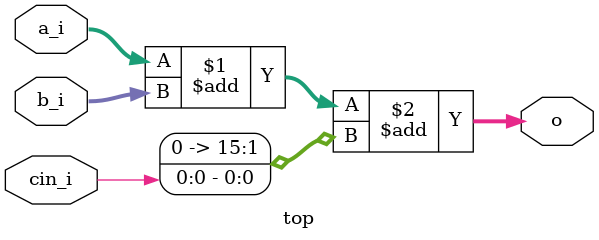
<source format=v>
module top(	// /tmp/tmp.4tRoowBxlB/45049_synlig_tests_bsg_micro_designs_results_bsg_adder_cin.json_gold.cleaned.mlir:2:3
  input  [15:0] a_i,	// /tmp/tmp.4tRoowBxlB/45049_synlig_tests_bsg_micro_designs_results_bsg_adder_cin.json_gold.cleaned.mlir:2:21
                b_i,	// /tmp/tmp.4tRoowBxlB/45049_synlig_tests_bsg_micro_designs_results_bsg_adder_cin.json_gold.cleaned.mlir:2:36
  input         cin_i,	// /tmp/tmp.4tRoowBxlB/45049_synlig_tests_bsg_micro_designs_results_bsg_adder_cin.json_gold.cleaned.mlir:2:51
  output [15:0] o	// /tmp/tmp.4tRoowBxlB/45049_synlig_tests_bsg_micro_designs_results_bsg_adder_cin.json_gold.cleaned.mlir:2:68
);

  assign o = a_i + b_i + {15'h0, cin_i};	// /tmp/tmp.4tRoowBxlB/45049_synlig_tests_bsg_micro_designs_results_bsg_adder_cin.json_gold.cleaned.mlir:3:15, :4:10, :5:10, :6:5
endmodule


</source>
